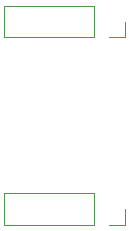
<source format=gbo>
G04 #@! TF.GenerationSoftware,KiCad,Pcbnew,(6.0.0-0)*
G04 #@! TF.CreationDate,2022-02-18T10:32:57-06:00*
G04 #@! TF.ProjectId,PhysarumV1,50687973-6172-4756-9d56-312e6b696361,rev?*
G04 #@! TF.SameCoordinates,Original*
G04 #@! TF.FileFunction,Legend,Bot*
G04 #@! TF.FilePolarity,Positive*
%FSLAX46Y46*%
G04 Gerber Fmt 4.6, Leading zero omitted, Abs format (unit mm)*
G04 Created by KiCad (PCBNEW (6.0.0-0)) date 2022-02-18 10:32:57*
%MOMM*%
%LPD*%
G01*
G04 APERTURE LIST*
%ADD10C,0.120000*%
%ADD11R,1.700000X2.200000*%
%ADD12R,1.700000X1.700000*%
%ADD13O,1.700000X1.700000*%
%ADD14C,1.500000*%
%ADD15C,2.100000*%
%ADD16C,2.000000*%
G04 APERTURE END LIST*
D10*
X26025000Y-14030000D02*
X26025000Y-11370000D01*
X26025000Y-14030000D02*
X18345000Y-14030000D01*
X18345000Y-14030000D02*
X18345000Y-11370000D01*
X28625000Y-14030000D02*
X28625000Y-12700000D01*
X27295000Y-14030000D02*
X28625000Y-14030000D01*
X26025000Y-11370000D02*
X18345000Y-11370000D01*
X18345000Y-29905000D02*
X18345000Y-27245000D01*
X26025000Y-29905000D02*
X26025000Y-27245000D01*
X27295000Y-29905000D02*
X28625000Y-29905000D01*
X26025000Y-27245000D02*
X18345000Y-27245000D01*
X26025000Y-29905000D02*
X18345000Y-29905000D01*
X28625000Y-29905000D02*
X28625000Y-28575000D01*
%LPC*%
D11*
X27295000Y-12700000D03*
X24755000Y-12700000D03*
X22215000Y-12700000D03*
X19675000Y-12700000D03*
D12*
X43180000Y-12705000D03*
D13*
X43180000Y-10165000D03*
D14*
X10160000Y-44630000D03*
X10160000Y-42030000D03*
D15*
X2540000Y-8890000D03*
D12*
X38735000Y-34925000D03*
D14*
X34925000Y-42030000D03*
X34925000Y-44630000D03*
D12*
X43180000Y-17780000D03*
D13*
X43180000Y-20320000D03*
X43180000Y-22860000D03*
X43180000Y-25400000D03*
X43180000Y-27940000D03*
D12*
X8890000Y-34925000D03*
D15*
X42545000Y-43180000D03*
D12*
X18425000Y-8255000D03*
D13*
X20965000Y-8255000D03*
X23505000Y-8255000D03*
X26045000Y-8255000D03*
D12*
X43180000Y-36815000D03*
D13*
X43180000Y-34275000D03*
X43180000Y-31735000D03*
D15*
X2540000Y-43180000D03*
D16*
X1905000Y-34925000D03*
D11*
X27295000Y-28575000D03*
X24755000Y-28575000D03*
X22215000Y-28575000D03*
X19675000Y-28575000D03*
M02*

</source>
